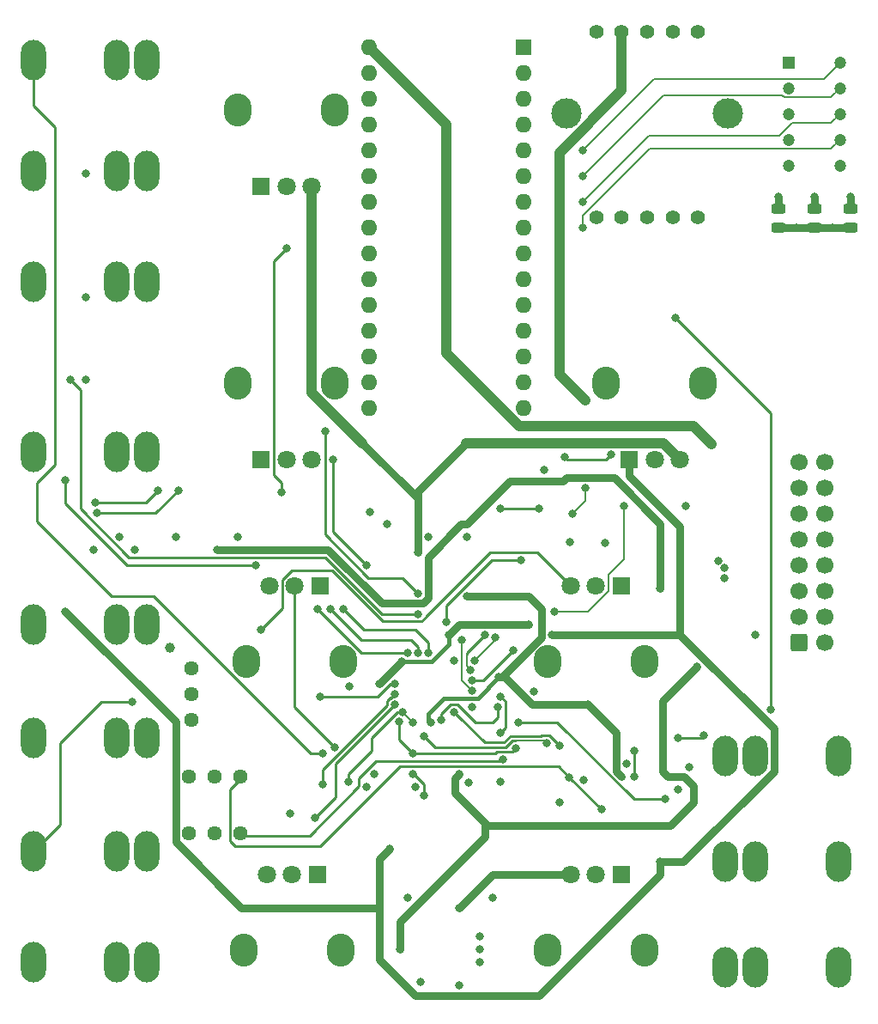
<source format=gbr>
%TF.GenerationSoftware,KiCad,Pcbnew,7.0.2*%
%TF.CreationDate,2023-05-23T13:36:19-04:00*%
%TF.ProjectId,SSI2130_Oscillator,53534932-3133-4305-9f4f-7363696c6c61,rev?*%
%TF.SameCoordinates,Original*%
%TF.FileFunction,Copper,L1,Top*%
%TF.FilePolarity,Positive*%
%FSLAX46Y46*%
G04 Gerber Fmt 4.6, Leading zero omitted, Abs format (unit mm)*
G04 Created by KiCad (PCBNEW 7.0.2) date 2023-05-23 13:36:19*
%MOMM*%
%LPD*%
G01*
G04 APERTURE LIST*
G04 Aperture macros list*
%AMRoundRect*
0 Rectangle with rounded corners*
0 $1 Rounding radius*
0 $2 $3 $4 $5 $6 $7 $8 $9 X,Y pos of 4 corners*
0 Add a 4 corners polygon primitive as box body*
4,1,4,$2,$3,$4,$5,$6,$7,$8,$9,$2,$3,0*
0 Add four circle primitives for the rounded corners*
1,1,$1+$1,$2,$3*
1,1,$1+$1,$4,$5*
1,1,$1+$1,$6,$7*
1,1,$1+$1,$8,$9*
0 Add four rect primitives between the rounded corners*
20,1,$1+$1,$2,$3,$4,$5,0*
20,1,$1+$1,$4,$5,$6,$7,0*
20,1,$1+$1,$6,$7,$8,$9,0*
20,1,$1+$1,$8,$9,$2,$3,0*%
G04 Aperture macros list end*
%TA.AperFunction,ComponentPad*%
%ADD10R,1.600000X1.600000*%
%TD*%
%TA.AperFunction,ComponentPad*%
%ADD11O,1.600000X1.600000*%
%TD*%
%TA.AperFunction,SMDPad,CuDef*%
%ADD12RoundRect,0.243750X0.456250X-0.243750X0.456250X0.243750X-0.456250X0.243750X-0.456250X-0.243750X0*%
%TD*%
%TA.AperFunction,ComponentPad*%
%ADD13R,1.200000X1.200000*%
%TD*%
%TA.AperFunction,ComponentPad*%
%ADD14C,1.200000*%
%TD*%
%TA.AperFunction,ComponentPad*%
%ADD15O,2.500000X4.000000*%
%TD*%
%TA.AperFunction,ComponentPad*%
%ADD16C,1.440000*%
%TD*%
%TA.AperFunction,ComponentPad*%
%ADD17O,2.720000X3.240000*%
%TD*%
%TA.AperFunction,ComponentPad*%
%ADD18C,1.800000*%
%TD*%
%TA.AperFunction,ComponentPad*%
%ADD19R,1.800000X1.800000*%
%TD*%
%TA.AperFunction,ComponentPad*%
%ADD20C,1.400000*%
%TD*%
%TA.AperFunction,ComponentPad*%
%ADD21C,3.000000*%
%TD*%
%TA.AperFunction,ComponentPad*%
%ADD22RoundRect,0.250000X-0.600000X-0.600000X0.600000X-0.600000X0.600000X0.600000X-0.600000X0.600000X0*%
%TD*%
%TA.AperFunction,ComponentPad*%
%ADD23C,1.700000*%
%TD*%
%TA.AperFunction,ViaPad*%
%ADD24C,0.800000*%
%TD*%
%TA.AperFunction,ViaPad*%
%ADD25C,1.000000*%
%TD*%
%TA.AperFunction,Conductor*%
%ADD26C,0.250000*%
%TD*%
%TA.AperFunction,Conductor*%
%ADD27C,0.750000*%
%TD*%
%TA.AperFunction,Conductor*%
%ADD28C,1.000000*%
%TD*%
%TA.AperFunction,Conductor*%
%ADD29C,0.200000*%
%TD*%
%TA.AperFunction,Conductor*%
%ADD30C,0.400000*%
%TD*%
G04 APERTURE END LIST*
D10*
%TO.P,A1,1*%
%TO.N,Net-(A1-Pad1)*%
X80518000Y-29210000D03*
D11*
%TO.P,A1,17*%
%TO.N,Net-(A1-Pad17)*%
X65278000Y-62230000D03*
%TO.P,A1,2*%
%TO.N,Net-(A1-Pad2)*%
X80518000Y-31750000D03*
%TO.P,A1,18*%
%TO.N,Net-(A1-Pad18)*%
X65278000Y-59690000D03*
%TO.P,A1,3*%
%TO.N,Net-(A1-Pad3)*%
X80518000Y-34290000D03*
%TO.P,A1,19*%
%TO.N,Net-(A1-Pad19)*%
X65278000Y-57150000D03*
%TO.P,A1,4*%
%TO.N,GND*%
X80518000Y-36830000D03*
%TO.P,A1,20*%
%TO.N,Net-(A1-Pad20)*%
X65278000Y-54610000D03*
%TO.P,A1,5*%
%TO.N,Net-(A1-Pad5)*%
X80518000Y-39370000D03*
%TO.P,A1,21*%
%TO.N,Net-(A1-Pad21)*%
X65278000Y-52070000D03*
%TO.P,A1,6*%
%TO.N,Net-(A1-Pad6)*%
X80518000Y-41910000D03*
%TO.P,A1,22*%
%TO.N,Net-(A1-Pad22)*%
X65278000Y-49530000D03*
%TO.P,A1,7*%
%TO.N,Net-(A1-Pad7)*%
X80518000Y-44450000D03*
%TO.P,A1,23*%
%TO.N,Net-(A1-Pad23)*%
X65278000Y-46990000D03*
%TO.P,A1,8*%
%TO.N,Net-(A1-Pad8)*%
X80518000Y-46990000D03*
%TO.P,A1,24*%
%TO.N,Net-(A1-Pad24)*%
X65278000Y-44450000D03*
%TO.P,A1,9*%
%TO.N,Net-(A1-Pad9)*%
X80518000Y-49530000D03*
%TO.P,A1,25*%
%TO.N,Net-(A1-Pad25)*%
X65278000Y-41910000D03*
%TO.P,A1,10*%
%TO.N,Net-(A1-Pad10)*%
X80518000Y-52070000D03*
%TO.P,A1,26*%
%TO.N,Net-(A1-Pad26)*%
X65278000Y-39370000D03*
%TO.P,A1,11*%
%TO.N,Net-(A1-Pad11)*%
X80518000Y-54610000D03*
%TO.P,A1,27*%
%TO.N,Net-(A1-Pad27)*%
X65278000Y-36830000D03*
%TO.P,A1,12*%
%TO.N,Net-(A1-Pad12)*%
X80518000Y-57150000D03*
%TO.P,A1,28*%
%TO.N,Net-(A1-Pad28)*%
X65278000Y-34290000D03*
%TO.P,A1,13*%
%TO.N,Net-(A1-Pad13)*%
X80518000Y-59690000D03*
%TO.P,A1,29*%
%TO.N,GND*%
X65278000Y-31750000D03*
%TO.P,A1,14*%
%TO.N,Net-(A1-Pad14)*%
X80518000Y-62230000D03*
%TO.P,A1,30*%
%TO.N,ARDUINOPOWER*%
X65278000Y-29210000D03*
%TO.P,A1,15*%
%TO.N,Net-(A1-Pad15)*%
X80518000Y-64770000D03*
%TO.P,A1,16*%
%TO.N,Net-(A1-Pad16)*%
X65278000Y-64770000D03*
%TD*%
D12*
%TO.P,D13,1*%
%TO.N,GND*%
X112776000Y-46990000D03*
%TO.P,D13,2*%
%TO.N,Net-(D13-Pad2)*%
X112776000Y-45115000D03*
%TD*%
%TO.P,D14,1*%
%TO.N,GND*%
X109220000Y-46990000D03*
%TO.P,D14,2*%
%TO.N,Net-(D14-Pad2)*%
X109220000Y-45115000D03*
%TD*%
%TO.P,D15,2*%
%TO.N,Net-(D15-Pad2)*%
X105664000Y-45115000D03*
%TO.P,D15,1*%
%TO.N,GND*%
X105664000Y-46990000D03*
%TD*%
D13*
%TO.P,DS1,1*%
%TO.N,GND*%
X106680000Y-30734000D03*
D14*
%TO.P,DS1,2*%
%TO.N,F*%
X106680000Y-33274000D03*
%TO.P,DS1,3*%
%TO.N,G*%
X106680000Y-35814000D03*
%TO.P,DS1,4*%
%TO.N,E*%
X106680000Y-38354000D03*
%TO.P,DS1,5*%
%TO.N,D*%
X106680000Y-40894000D03*
%TO.P,DS1,6*%
%TO.N,GND*%
X111760000Y-40894000D03*
%TO.P,DS1,7*%
%TO.N,DP*%
X111760000Y-38354000D03*
%TO.P,DS1,8*%
%TO.N,C*%
X111760000Y-35814000D03*
%TO.P,DS1,9*%
%TO.N,B*%
X111760000Y-33274000D03*
%TO.P,DS1,10*%
%TO.N,A*%
X111760000Y-30734000D03*
%TD*%
D15*
%TO.P,J2,3*%
%TO.N,Net-(J2-Pad3)*%
X32186000Y-119380000D03*
%TO.P,J2,2*%
%TO.N,Net-(J2-Pad2)*%
X40386000Y-119380000D03*
%TO.P,J2,1*%
%TO.N,GND*%
X43386000Y-119380000D03*
%TD*%
%TO.P,J3,3*%
%TO.N,Net-(J3-Pad3)*%
X32186000Y-69088000D03*
%TO.P,J3,2*%
%TO.N,Net-(J3-Pad2)*%
X40386000Y-69088000D03*
%TO.P,J3,1*%
%TO.N,GND*%
X43386000Y-69088000D03*
%TD*%
%TO.P,J4,1*%
%TO.N,GND*%
X43386000Y-86106000D03*
%TO.P,J4,2*%
%TO.N,Net-(J4-Pad2)*%
X40386000Y-86106000D03*
%TO.P,J4,3*%
%TO.N,Net-(J4-Pad3)*%
X32186000Y-86106000D03*
%TD*%
%TO.P,J5,1*%
%TO.N,GND*%
X43386000Y-108458000D03*
%TO.P,J5,2*%
%TO.N,Net-(C1-Pad1)*%
X40386000Y-108458000D03*
%TO.P,J5,3*%
%TO.N,Net-(J5-Pad3)*%
X32186000Y-108458000D03*
%TD*%
%TO.P,J6,3*%
%TO.N,Net-(C1-Pad2)*%
X32186000Y-97282000D03*
%TO.P,J6,2*%
%TO.N,Net-(J6-Pad2)*%
X40386000Y-97282000D03*
%TO.P,J6,1*%
%TO.N,GND*%
X43386000Y-97282000D03*
%TD*%
%TO.P,J7,1*%
%TO.N,GND*%
X100378000Y-109474000D03*
%TO.P,J7,2*%
%TO.N,Net-(J7-Pad2)*%
X103378000Y-109474000D03*
%TO.P,J7,3*%
%TO.N,SIN_OUT*%
X111578000Y-109474000D03*
%TD*%
%TO.P,J8,3*%
%TO.N,SQUARE_OUT*%
X111578000Y-99060000D03*
%TO.P,J8,2*%
%TO.N,Net-(J8-Pad2)*%
X103378000Y-99060000D03*
%TO.P,J8,1*%
%TO.N,GND*%
X100378000Y-99060000D03*
%TD*%
%TO.P,J9,1*%
%TO.N,GND*%
X100378000Y-119888000D03*
%TO.P,J9,2*%
%TO.N,Net-(J9-Pad2)*%
X103378000Y-119888000D03*
%TO.P,J9,3*%
%TO.N,MIX_OUT*%
X111578000Y-119888000D03*
%TD*%
%TO.P,J10,3*%
%TO.N,Net-(J10-Pad3)*%
X32186000Y-41402000D03*
%TO.P,J10,2*%
%TO.N,Net-(J10-Pad2)*%
X40386000Y-41402000D03*
%TO.P,J10,1*%
%TO.N,GND*%
X43386000Y-41402000D03*
%TD*%
%TO.P,J11,3*%
%TO.N,Net-(J11-Pad3)*%
X32186000Y-52324000D03*
%TO.P,J11,2*%
%TO.N,Net-(J11-Pad2)*%
X40386000Y-52324000D03*
%TO.P,J11,1*%
%TO.N,GND*%
X43386000Y-52324000D03*
%TD*%
%TO.P,J12,1*%
%TO.N,GND*%
X43386000Y-30480000D03*
%TO.P,J12,2*%
%TO.N,Net-(J12-Pad2)*%
X40386000Y-30480000D03*
%TO.P,J12,3*%
%TO.N,Net-(J12-Pad3)*%
X32186000Y-30480000D03*
%TD*%
D16*
%TO.P,RV1,1*%
%TO.N,VREF*%
X52578000Y-101092000D03*
%TO.P,RV1,2*%
%TO.N,Net-(R43-Pad1)*%
X50038000Y-101092000D03*
%TO.P,RV1,3*%
%TO.N,GND*%
X47498000Y-101092000D03*
%TD*%
%TO.P,RV2,3*%
%TO.N,Net-(R45-Pad2)*%
X47498000Y-106680000D03*
%TO.P,RV2,2*%
X50038000Y-106680000D03*
%TO.P,RV2,1*%
%TO.N,Net-(RV2-Pad1)*%
X52578000Y-106680000D03*
%TD*%
%TO.P,RV3,1*%
%TO.N,GND*%
X47752000Y-90424000D03*
%TO.P,RV3,2*%
%TO.N,HFTRIM*%
X47752000Y-92964000D03*
%TO.P,RV3,3*%
%TO.N,Net-(RV3-Pad3)*%
X47752000Y-95504000D03*
%TD*%
D17*
%TO.P,RV4,*%
%TO.N,*%
X62498000Y-118244000D03*
X52898000Y-118244000D03*
D18*
%TO.P,RV4,3*%
%TO.N,Net-(J2-Pad3)*%
X55198000Y-110744000D03*
%TO.P,RV4,2*%
%TO.N,PWM_CV*%
X57698000Y-110744000D03*
D19*
%TO.P,RV4,1*%
%TO.N,GND*%
X60198000Y-110744000D03*
%TD*%
%TO.P,RV5,1*%
%TO.N,GND*%
X90170000Y-110744000D03*
D18*
%TO.P,RV5,2*%
%TO.N,PWM_OFFSET*%
X87670000Y-110744000D03*
%TO.P,RV5,3*%
%TO.N,+5V*%
X85170000Y-110744000D03*
D17*
%TO.P,RV5,*%
%TO.N,*%
X82870000Y-118244000D03*
X92470000Y-118244000D03*
%TD*%
%TO.P,RV6,*%
%TO.N,*%
X52310000Y-62350000D03*
X61910000Y-62350000D03*
D18*
%TO.P,RV6,3*%
%TO.N,Net-(J3-Pad3)*%
X59610000Y-69850000D03*
%TO.P,RV6,2*%
%TO.N,MIX_CV*%
X57110000Y-69850000D03*
D19*
%TO.P,RV6,1*%
%TO.N,GND*%
X54610000Y-69850000D03*
%TD*%
%TO.P,RV7,1*%
%TO.N,-5V*%
X90932000Y-69850000D03*
D18*
%TO.P,RV7,2*%
%TO.N,MIX_OFFSET*%
X93432000Y-69850000D03*
%TO.P,RV7,3*%
%TO.N,+5V*%
X95932000Y-69850000D03*
D17*
%TO.P,RV7,*%
%TO.N,*%
X98232000Y-62350000D03*
X88632000Y-62350000D03*
%TD*%
D19*
%TO.P,RV8,1*%
%TO.N,GND*%
X60452000Y-82296000D03*
D18*
%TO.P,RV8,2*%
%TO.N,Net-(RV8-Pad2)*%
X57952000Y-82296000D03*
%TO.P,RV8,3*%
%TO.N,Net-(J4-Pad3)*%
X55452000Y-82296000D03*
D17*
%TO.P,RV8,*%
%TO.N,*%
X53152000Y-89796000D03*
X62752000Y-89796000D03*
%TD*%
%TO.P,RV9,*%
%TO.N,*%
X92470000Y-89796000D03*
X82870000Y-89796000D03*
D18*
%TO.P,RV9,3*%
%TO.N,Net-(J5-Pad3)*%
X85170000Y-82296000D03*
%TO.P,RV9,2*%
%TO.N,TZFM_TZPM_IN*%
X87670000Y-82296000D03*
D19*
%TO.P,RV9,1*%
%TO.N,GND*%
X90170000Y-82296000D03*
%TD*%
%TO.P,RV11,1*%
%TO.N,GND*%
X54610000Y-42926000D03*
D18*
%TO.P,RV11,2*%
%TO.N,CENTER_PITCH*%
X57110000Y-42926000D03*
%TO.P,RV11,3*%
%TO.N,+5V*%
X59610000Y-42926000D03*
D17*
%TO.P,RV11,*%
%TO.N,*%
X61910000Y-35426000D03*
X52310000Y-35426000D03*
%TD*%
D20*
%TO.P,S1,1*%
%TO.N,OCTAVE_SHIFT*%
X97710000Y-45980000D03*
%TO.P,S1,2*%
%TO.N,GND*%
X95210000Y-45980000D03*
%TO.P,S1,3*%
%TO.N,Net-(R82-Pad1)*%
X92710000Y-45980000D03*
%TO.P,S1,4*%
%TO.N,Net-(R79-Pad1)*%
X90210000Y-45980000D03*
%TO.P,S1,5*%
%TO.N,Net-(R77-Pad1)*%
X87710000Y-45980000D03*
%TO.P,S1,6*%
%TO.N,Net-(R68-Pad1)*%
X87710000Y-27680000D03*
%TO.P,S1,7*%
%TO.N,+5V*%
X90210000Y-27680000D03*
%TO.P,S1,8*%
%TO.N,Net-(S1-Pad8)*%
X92710000Y-27680000D03*
%TO.P,S1,9*%
%TO.N,Net-(S1-Pad9)*%
X95210000Y-27680000D03*
%TO.P,S1,10*%
%TO.N,Net-(S1-Pad10)*%
X97710000Y-27680000D03*
D21*
%TO.P,S1,MH1*%
%TO.N,Net-(S1-PadMH1)*%
X84710000Y-35730000D03*
%TO.P,S1,MH2*%
%TO.N,Net-(S1-PadMH2)*%
X100710000Y-35730000D03*
%TD*%
D22*
%TO.P,J1,1*%
%TO.N,Net-(D3-Pad1)*%
X107696000Y-87884000D03*
D23*
%TO.P,J1,3*%
%TO.N,GND*%
X107696000Y-85344000D03*
%TO.P,J1,5*%
X107696000Y-82804000D03*
%TO.P,J1,7*%
X107696000Y-80264000D03*
%TO.P,J1,9*%
%TO.N,Net-(D2-Pad2)*%
X107696000Y-77724000D03*
%TO.P,J1,11*%
%TO.N,Net-(D1-Pad2)*%
X107696000Y-75184000D03*
%TO.P,J1,13*%
%TO.N,Net-(J1-Pad13)*%
X107696000Y-72644000D03*
%TO.P,J1,15*%
%TO.N,Net-(J1-Pad15)*%
X107696000Y-70104000D03*
%TO.P,J1,2*%
%TO.N,Net-(D3-Pad1)*%
X110236000Y-87884000D03*
%TO.P,J1,4*%
%TO.N,GND*%
X110236000Y-85344000D03*
%TO.P,J1,6*%
X110236000Y-82804000D03*
%TO.P,J1,8*%
X110236000Y-80264000D03*
%TO.P,J1,10*%
%TO.N,Net-(D2-Pad2)*%
X110236000Y-77724000D03*
%TO.P,J1,12*%
%TO.N,Net-(D1-Pad2)*%
X110236000Y-75184000D03*
%TO.P,J1,14*%
%TO.N,Net-(J1-Pad14)*%
X110236000Y-72644000D03*
%TO.P,J1,16*%
%TO.N,Net-(J1-Pad16)*%
X110236000Y-70104000D03*
%TD*%
D24*
%TO.N,GND*%
X73660000Y-89662000D03*
X37338000Y-41656000D03*
X37338000Y-53848000D03*
X37338000Y-61976000D03*
X38100000Y-78740000D03*
X52307500Y-77486500D03*
X46228000Y-77470000D03*
X40640000Y-77470000D03*
X65363807Y-75015807D03*
X71120000Y-77470000D03*
X74930000Y-77470000D03*
X85059000Y-78009000D03*
X69850000Y-102108000D03*
X65024000Y-102108000D03*
X75070000Y-101740000D03*
X77470000Y-113030000D03*
D25*
X45672000Y-88392000D03*
D24*
X63294258Y-92250258D03*
X82550000Y-70866000D03*
X90678000Y-99822000D03*
X96897500Y-100206500D03*
X84074000Y-103632000D03*
X95758000Y-102362000D03*
X78245000Y-101587000D03*
X81534000Y-92710000D03*
X57531000Y-104775000D03*
X75465326Y-91601306D03*
X75438000Y-94234000D03*
X79502000Y-88646000D03*
X107442000Y-46990000D03*
X110998000Y-46990000D03*
X103356000Y-87144000D03*
X96520000Y-74422000D03*
X69088000Y-113030000D03*
X76200000Y-118110000D03*
X70384000Y-121386000D03*
X76200000Y-116840000D03*
X76200000Y-119380000D03*
%TO.N,ARDUINOPOWER*%
X99060000Y-68326000D03*
%TO.N,+12V*%
X42164000Y-78740000D03*
X67056000Y-76200000D03*
X88581000Y-78043000D03*
X65786000Y-100838000D03*
X86487000Y-101473000D03*
X74142000Y-121692000D03*
X100330000Y-80516000D03*
X99696000Y-79882000D03*
X100330000Y-81534000D03*
%TO.N,-12V*%
X50292000Y-78740000D03*
X74930000Y-76200000D03*
X84424000Y-71978000D03*
X74168000Y-100838000D03*
X94742000Y-101092000D03*
X97663000Y-90297000D03*
X93980000Y-82550000D03*
X68295000Y-118141000D03*
%TO.N,Net-(C7-Pad1)*%
X82042000Y-74676000D03*
X78245010Y-74689010D03*
%TO.N,TIME_REVERSE*%
X75692000Y-89666000D03*
X77724000Y-87376000D03*
X83566000Y-84836000D03*
X90434500Y-74432500D03*
%TO.N,+5V*%
X74155000Y-114059000D03*
X86614000Y-64008000D03*
X82296000Y-84582000D03*
X78092000Y-91300000D03*
X86868000Y-93980000D03*
X90174653Y-101087347D03*
X70104000Y-78994000D03*
X71374000Y-95758000D03*
X74930000Y-83312000D03*
%TO.N,-5V*%
X68533299Y-89732051D03*
X66294000Y-114046000D03*
X81026000Y-86106000D03*
X73152000Y-87122000D03*
X66305675Y-91959675D03*
X67310000Y-108204000D03*
X93980000Y-109474000D03*
X35306000Y-84836000D03*
X83312000Y-87122000D03*
%TO.N,Net-(C20-Pad2)*%
X61722000Y-69850000D03*
X65060990Y-80300990D03*
X89154000Y-69349999D03*
X84582000Y-69596000D03*
%TO.N,Net-(C21-Pad1)*%
X60960000Y-67056000D03*
X70104000Y-83058000D03*
X75298298Y-90615352D03*
X76708000Y-87122000D03*
%TO.N,Net-(C23-Pad1)*%
X35788000Y-62002000D03*
X70104000Y-85090000D03*
%TO.N,Net-(C35-Pad1)*%
X38443990Y-75145990D03*
X46482000Y-72898000D03*
%TO.N,PWM+*%
X68223953Y-95677990D03*
X79756000Y-98298000D03*
X69596000Y-98806000D03*
X70656282Y-103001340D03*
X69596000Y-100838000D03*
%TO.N,SQO*%
X91440000Y-101092000D03*
X91440000Y-98552000D03*
%TO.N,MIXO*%
X94526010Y-103339990D03*
X80010000Y-95758000D03*
%TO.N,Net-(D13-Pad2)*%
X112776000Y-43942000D03*
%TO.N,Net-(D14-Pad2)*%
X109220000Y-43942000D03*
%TO.N,Net-(D15-Pad2)*%
X105664000Y-43942000D03*
%TO.N,DP*%
X86360000Y-46990000D03*
%TO.N,C*%
X86360000Y-44450000D03*
%TO.N,B*%
X86360000Y-41910000D03*
%TO.N,A*%
X86360000Y-39370000D03*
%TO.N,Net-(J5-Pad3)*%
X54610000Y-86614000D03*
X41910000Y-93726000D03*
%TO.N,Net-(J12-Pad3)*%
X60706000Y-98806000D03*
%TO.N,VREF*%
X88203000Y-104329000D03*
X85028000Y-101154000D03*
%TO.N,Net-(R16-Pad2)*%
X86614000Y-72644000D03*
X85344000Y-75184000D03*
%TO.N,LIN_FREQ*%
X75433371Y-92600798D03*
X74422000Y-87630000D03*
X72898000Y-85852000D03*
X80264000Y-79756000D03*
%TO.N,TRI_MIX*%
X69088000Y-88900000D03*
X60198000Y-84582000D03*
%TO.N,PULSE_MIX*%
X71120000Y-88900000D03*
X62738000Y-84582000D03*
%TO.N,SAW_MIX*%
X70104000Y-88900000D03*
X61468000Y-84582000D03*
%TO.N,TRO*%
X68580000Y-94742000D03*
X69596000Y-95758000D03*
X63246000Y-101600000D03*
%TO.N,Net-(R47-Pad2)*%
X67818000Y-93980000D03*
X59944000Y-105156000D03*
%TO.N,Net-(R51-Pad2)*%
X72393024Y-95500976D03*
X77978000Y-94234000D03*
%TO.N,Net-(R52-Pad2)*%
X67818000Y-92964000D03*
X60706000Y-101854000D03*
%TO.N,Net-(R55-Pad2)*%
X82799347Y-97794653D03*
X70725975Y-97168025D03*
%TO.N,SINO*%
X73660000Y-94742000D03*
X84074000Y-98044000D03*
%TO.N,Net-(RV2-Pad1)*%
X78232000Y-93218000D03*
X78486000Y-99387999D03*
X78232000Y-96774000D03*
%TO.N,Net-(RV3-Pad3)*%
X67818000Y-91948000D03*
X60452000Y-93218000D03*
%TO.N,Net-(RV8-Pad2)*%
X61907142Y-98229142D03*
%TO.N,Net-(D10-Pad2)*%
X35306000Y-71882000D03*
X54102000Y-80264000D03*
%TO.N,Net-(D9-Pad2)*%
X38291000Y-74105000D03*
X44450000Y-72898000D03*
%TO.N,TUNER_SIGNAL*%
X98298000Y-97028000D03*
X95758000Y-97282000D03*
X95504000Y-55880000D03*
X104902000Y-94488000D03*
%TO.N,VOLT_PER_OCTAVE*%
X57150000Y-49022000D03*
X56677001Y-73116999D03*
%TD*%
D26*
%TO.N,GND*%
X76546694Y-91601306D02*
X79502000Y-88646000D01*
X75465326Y-91601306D02*
X76546694Y-91601306D01*
D27*
X112776000Y-46990000D02*
X110998000Y-46990000D01*
X107442000Y-46990000D02*
X105664000Y-46990000D01*
X110998000Y-46990000D02*
X107442000Y-46990000D01*
D28*
%TO.N,ARDUINOPOWER*%
X99060000Y-68326000D02*
X97282000Y-66548000D01*
X80075998Y-66548000D02*
X72898000Y-59370002D01*
X97282000Y-66548000D02*
X80075998Y-66548000D01*
X72898000Y-36830000D02*
X65278000Y-29210000D01*
X72898000Y-59370002D02*
X72898000Y-36830000D01*
D27*
%TO.N,-12V*%
X84733001Y-71668999D02*
X84424000Y-71978000D01*
X89466997Y-71668999D02*
X84733001Y-71668999D01*
X93980000Y-76182002D02*
X89466997Y-71668999D01*
X93980000Y-82550000D02*
X93980000Y-76182002D01*
X79152000Y-71978000D02*
X74930000Y-76200000D01*
X84424000Y-71978000D02*
X79152000Y-71978000D01*
X71079001Y-83526001D02*
X70572001Y-84033001D01*
X71079001Y-79485314D02*
X71079001Y-83526001D01*
X74364315Y-76200000D02*
X71079001Y-79485314D01*
X74930000Y-76200000D02*
X74364315Y-76200000D01*
X94274999Y-93685001D02*
X97663000Y-90297000D01*
X94274999Y-100624999D02*
X94274999Y-93685001D01*
X94742000Y-101092000D02*
X94274999Y-100624999D01*
X96339998Y-101092000D02*
X97282000Y-102034002D01*
X94742000Y-101092000D02*
X96339998Y-101092000D01*
X97282000Y-102034002D02*
X97282000Y-103632000D01*
X97282000Y-103632000D02*
X94996000Y-105918000D01*
X94996000Y-105918000D02*
X76962000Y-105918000D01*
X73768001Y-101237999D02*
X74168000Y-100838000D01*
X73768001Y-102724001D02*
X73768001Y-101237999D01*
X76962000Y-105918000D02*
X73768001Y-102724001D01*
X76962000Y-105918000D02*
X76708000Y-105918000D01*
X68295000Y-115414002D02*
X68295000Y-118141000D01*
X76708000Y-107001002D02*
X68295000Y-115414002D01*
X76708000Y-105918000D02*
X76708000Y-107001002D01*
X66507001Y-84033001D02*
X68793001Y-84033001D01*
X61214000Y-78740000D02*
X66507001Y-84033001D01*
X50292000Y-78740000D02*
X61214000Y-78740000D01*
X70572001Y-84033001D02*
X68793001Y-84033001D01*
D26*
%TO.N,Net-(C7-Pad1)*%
X78258020Y-74676000D02*
X78245010Y-74689010D01*
X82042000Y-74676000D02*
X78258020Y-74676000D01*
D29*
%TO.N,TIME_REVERSE*%
X77724000Y-87634000D02*
X77724000Y-87376000D01*
X75692000Y-89666000D02*
X77724000Y-87634000D01*
X90434500Y-79691498D02*
X88900000Y-81225998D01*
X90434500Y-74432500D02*
X90434500Y-79691498D01*
X86906002Y-84836000D02*
X83566000Y-84836000D01*
X88900000Y-82842002D02*
X86906002Y-84836000D01*
X88900000Y-81225998D02*
X88900000Y-82842002D01*
D28*
%TO.N,+5V*%
X90210000Y-33486002D02*
X84074000Y-39622002D01*
X90210000Y-27680000D02*
X90210000Y-33486002D01*
X84074000Y-61468000D02*
X86614000Y-64008000D01*
X84074000Y-39622002D02*
X84074000Y-61468000D01*
X94331999Y-68249999D02*
X95932000Y-69850000D01*
X59610000Y-63223294D02*
X64636705Y-68249999D01*
X59610000Y-42926000D02*
X59610000Y-63223294D01*
D27*
X81026000Y-83312000D02*
X82296000Y-84582000D01*
X77470000Y-110744000D02*
X74155000Y-114059000D01*
X85170000Y-110744000D02*
X77470000Y-110744000D01*
X78680998Y-91300000D02*
X78092000Y-91300000D01*
X81360998Y-93980000D02*
X78680998Y-91300000D01*
X86868000Y-93980000D02*
X81360998Y-93980000D01*
X78369483Y-91300000D02*
X78092000Y-91300000D01*
X82296000Y-87373483D02*
X78369483Y-91300000D01*
X82296000Y-84582000D02*
X82296000Y-87373483D01*
X89702999Y-96814999D02*
X86868000Y-93980000D01*
X89702999Y-100615693D02*
X89702999Y-96814999D01*
X90174653Y-101087347D02*
X89702999Y-100615693D01*
X70104000Y-73717294D02*
X64636705Y-68249999D01*
X70104000Y-78994000D02*
X70104000Y-73717294D01*
X70104000Y-72999998D02*
X74853999Y-68249999D01*
X70104000Y-73717294D02*
X70104000Y-72999998D01*
D28*
X74853999Y-68249999D02*
X94331999Y-68249999D01*
D30*
X71120000Y-94938315D02*
X71120000Y-95504000D01*
X75991201Y-93400799D02*
X72657516Y-93400799D01*
X72657516Y-93400799D02*
X71120000Y-94938315D01*
X78092000Y-91300000D02*
X75991201Y-93400799D01*
D27*
X74930000Y-83312000D02*
X81026000Y-83312000D01*
%TO.N,-5V*%
X74168000Y-86106000D02*
X73152000Y-87122000D01*
X81026000Y-86106000D02*
X74168000Y-86106000D01*
D30*
X73152000Y-88052002D02*
X73152000Y-87122000D01*
X71471951Y-89732051D02*
X73152000Y-88052002D01*
X68533299Y-89732051D02*
X71471951Y-89732051D01*
D27*
X66305675Y-91959675D02*
X68533299Y-89732051D01*
X95931002Y-87122000D02*
X89408000Y-87122000D01*
X105203010Y-96394008D02*
X95931002Y-87122000D01*
X105203010Y-100565943D02*
X105203010Y-96394008D01*
X96294953Y-109474000D02*
X105203010Y-100565943D01*
X93980000Y-109474000D02*
X96294953Y-109474000D01*
X66294000Y-109220000D02*
X67310000Y-108204000D01*
X66294000Y-114046000D02*
X66294000Y-109220000D01*
X93980000Y-109474000D02*
X93980000Y-110744000D01*
X66294000Y-119141002D02*
X66294000Y-114046000D01*
X69867999Y-122715001D02*
X66294000Y-119141002D01*
X82008999Y-122715001D02*
X69867999Y-122715001D01*
X93980000Y-110744000D02*
X82008999Y-122715001D01*
X52693398Y-114046000D02*
X66294000Y-114046000D01*
X46202999Y-107555601D02*
X52693398Y-114046000D01*
X46202999Y-95732999D02*
X46202999Y-107555601D01*
X35306000Y-84836000D02*
X46202999Y-95732999D01*
X95931002Y-76499002D02*
X95931002Y-87122000D01*
X90932000Y-71500000D02*
X95931002Y-76499002D01*
X90932000Y-69850000D02*
X90932000Y-71500000D01*
X83312000Y-87122000D02*
X89408000Y-87122000D01*
D26*
%TO.N,Net-(C20-Pad2)*%
X61722000Y-76962000D02*
X65060990Y-80300990D01*
X61722000Y-69850000D02*
X61722000Y-76962000D01*
X88653999Y-69850000D02*
X89154000Y-69349999D01*
X84836000Y-69850000D02*
X84582000Y-69596000D01*
X88653999Y-69850000D02*
X84836000Y-69850000D01*
%TO.N,Net-(C21-Pad1)*%
X60960000Y-77273002D02*
X60960000Y-67056000D01*
X65220998Y-81534000D02*
X60960000Y-77273002D01*
X68580000Y-81534000D02*
X65220998Y-81534000D01*
X68580000Y-81534000D02*
X70104000Y-83058000D01*
D29*
X75298298Y-90615352D02*
X74898299Y-90215353D01*
D26*
X74898299Y-88931701D02*
X74898299Y-89122299D01*
X76708000Y-87122000D02*
X74898299Y-88931701D01*
D29*
X74898299Y-90215353D02*
X74898299Y-89122299D01*
D26*
%TO.N,Net-(C23-Pad1)*%
X36830000Y-74733002D02*
X41598998Y-79502000D01*
X66574038Y-85090000D02*
X67564000Y-85090000D01*
X36830000Y-63044000D02*
X36830000Y-74733002D01*
X60986038Y-79502000D02*
X66574038Y-85090000D01*
X41598998Y-79502000D02*
X60986038Y-79502000D01*
X35788000Y-62002000D02*
X36830000Y-63044000D01*
X70104000Y-85090000D02*
X67564000Y-85090000D01*
%TO.N,Net-(C35-Pad1)*%
X44234010Y-75145990D02*
X46482000Y-72898000D01*
X38443990Y-75145990D02*
X44234010Y-75145990D01*
%TO.N,PWM+*%
X79391002Y-98662998D02*
X79502000Y-98552000D01*
X79104998Y-98662998D02*
X79391002Y-98662998D01*
X79756000Y-98298000D02*
X79502000Y-98552000D01*
X68223953Y-95677990D02*
X68223953Y-97433953D01*
X68223953Y-97433953D02*
X69596000Y-98806000D01*
X69596000Y-98806000D02*
X77724000Y-98806000D01*
X77724000Y-98806000D02*
X77867002Y-98662998D01*
X79104998Y-98662998D02*
X77867002Y-98662998D01*
X69653002Y-100838000D02*
X69596000Y-100838000D01*
X70656282Y-101841280D02*
X69653002Y-100838000D01*
X70656282Y-103001340D02*
X70656282Y-101841280D01*
%TO.N,SQO*%
X91440000Y-101092000D02*
X91440000Y-98552000D01*
%TO.N,MIXO*%
X94526010Y-103339990D02*
X91401990Y-103339990D01*
X83820000Y-95758000D02*
X80010000Y-95758000D01*
X91401990Y-103339990D02*
X83820000Y-95758000D01*
D27*
%TO.N,Net-(D13-Pad2)*%
X112776000Y-45115000D02*
X112776000Y-43942000D01*
%TO.N,Net-(D14-Pad2)*%
X109220000Y-43942000D02*
X109220000Y-45115000D01*
%TO.N,Net-(D15-Pad2)*%
X105664000Y-45115000D02*
X105664000Y-43942000D01*
D29*
%TO.N,DP*%
X92955997Y-39254001D02*
X110859999Y-39254001D01*
X110859999Y-39254001D02*
X111760000Y-38354000D01*
X86360000Y-45849998D02*
X92955997Y-39254001D01*
X86360000Y-46990000D02*
X86360000Y-45849998D01*
%TO.N,C*%
X106987997Y-36714001D02*
X110859999Y-36714001D01*
X105779999Y-37921999D02*
X106987997Y-36714001D01*
X92888001Y-37921999D02*
X105779999Y-37921999D01*
X110859999Y-36714001D02*
X111760000Y-35814000D01*
X86360000Y-44450000D02*
X92888001Y-37921999D01*
%TO.N,B*%
X110859999Y-34174001D02*
X111760000Y-33274000D01*
X106247999Y-34174001D02*
X110859999Y-34174001D01*
X106003997Y-33929999D02*
X106247999Y-34174001D01*
X94340001Y-33929999D02*
X106003997Y-33929999D01*
X86360000Y-41910000D02*
X94340001Y-33929999D01*
%TO.N,A*%
X110120001Y-32373999D02*
X111760000Y-30734000D01*
X93356001Y-32373999D02*
X110120001Y-32373999D01*
X86360000Y-39370000D02*
X93356001Y-32373999D01*
D26*
%TO.N,Net-(J5-Pad3)*%
X81904999Y-79030999D02*
X77179001Y-79030999D01*
X85170000Y-82296000D02*
X81904999Y-79030999D01*
X70829001Y-85438001D02*
X70452001Y-85815001D01*
X70829001Y-85380999D02*
X70829001Y-85438001D01*
X77179001Y-79030999D02*
X70829001Y-85380999D01*
X70452001Y-85815001D02*
X66662629Y-85815001D01*
X66662629Y-85815001D02*
X61619628Y-80772000D01*
X56726999Y-84497001D02*
X54610000Y-86614000D01*
X56726999Y-81707999D02*
X56726999Y-84497001D01*
X57662998Y-80772000D02*
X56726999Y-81707999D01*
X61619628Y-80772000D02*
X57662998Y-80772000D01*
X34798000Y-105846000D02*
X32186000Y-108458000D01*
X34798000Y-97790000D02*
X34798000Y-105846000D01*
X38862000Y-93726000D02*
X34798000Y-97790000D01*
X41910000Y-93726000D02*
X38862000Y-93726000D01*
%TO.N,Net-(J12-Pad3)*%
X32186000Y-30480000D02*
X32186000Y-34980000D01*
X32186000Y-34980000D02*
X34290000Y-37084000D01*
X34290000Y-37084000D02*
X34290000Y-70358000D01*
X34290000Y-70358000D02*
X32512000Y-72136000D01*
X32512000Y-72136000D02*
X32512000Y-75946000D01*
X32512000Y-75946000D02*
X39878000Y-83312000D01*
X60706000Y-98806000D02*
X59519037Y-98806000D01*
X44025037Y-83312000D02*
X39878000Y-83312000D01*
X59519037Y-98806000D02*
X44025037Y-83312000D01*
%TO.N,VREF*%
X88203000Y-104329000D02*
X85028000Y-101154000D01*
X51532999Y-107435601D02*
X52076399Y-107979001D01*
X51532999Y-102391001D02*
X51532999Y-107435601D01*
X52076399Y-107979001D02*
X60422999Y-107979001D01*
X52578000Y-101346000D02*
X51532999Y-102391001D01*
X68289001Y-100112999D02*
X67564000Y-100838000D01*
X85028000Y-101154000D02*
X83986999Y-100112999D01*
X83986999Y-100112999D02*
X68289001Y-100112999D01*
X60422999Y-107979001D02*
X67564000Y-100838000D01*
D29*
%TO.N,Net-(R16-Pad2)*%
X86614000Y-73914000D02*
X85344000Y-75184000D01*
X86614000Y-72644000D02*
X86614000Y-73914000D01*
%TO.N,LIN_FREQ*%
X74422000Y-91589427D02*
X74422000Y-87630000D01*
X75433371Y-92600798D02*
X74422000Y-91589427D01*
D26*
X72898000Y-84270998D02*
X77412998Y-79756000D01*
X77412998Y-79756000D02*
X80264000Y-79756000D01*
X72898000Y-85852000D02*
X72898000Y-84270998D01*
%TO.N,TRI_MIX*%
X64516000Y-88900000D02*
X69088000Y-88900000D01*
X60198000Y-84582000D02*
X64516000Y-88900000D01*
%TO.N,PULSE_MIX*%
X71120000Y-88900000D02*
X71120000Y-87884000D01*
X71120000Y-87884000D02*
X69850000Y-86614000D01*
X64770000Y-86614000D02*
X62738000Y-84582000D01*
X69850000Y-86614000D02*
X64770000Y-86614000D01*
%TO.N,SAW_MIX*%
X70104000Y-88334315D02*
X69399685Y-87630000D01*
X70104000Y-88900000D02*
X70104000Y-88334315D01*
X64516000Y-87630000D02*
X61468000Y-84582000D01*
X69399685Y-87630000D02*
X64516000Y-87630000D01*
D29*
%TO.N,TRO*%
X68580000Y-94742000D02*
X69596000Y-95758000D01*
D26*
X68086941Y-94742000D02*
X68580000Y-94742000D01*
X65532000Y-97296941D02*
X68086941Y-94742000D01*
X65532000Y-98552000D02*
X65532000Y-97296941D01*
X65024000Y-99060000D02*
X65532000Y-98552000D01*
X63246000Y-100838000D02*
X65532000Y-98552000D01*
X63246000Y-101600000D02*
X63246000Y-100838000D01*
%TO.N,Net-(R47-Pad2)*%
X67818000Y-93980000D02*
X61976000Y-99822000D01*
X61976000Y-103124000D02*
X59944000Y-105156000D01*
X61976000Y-99822000D02*
X61976000Y-103124000D01*
%TO.N,Net-(R51-Pad2)*%
X77978000Y-94234000D02*
X77978000Y-94234000D01*
X72393024Y-94935291D02*
X72393024Y-95500976D01*
X73311316Y-94016999D02*
X72393024Y-94935291D01*
X74008001Y-94016999D02*
X73311316Y-94016999D01*
X77470000Y-95758000D02*
X75749002Y-95758000D01*
X77978000Y-95250000D02*
X77470000Y-95758000D01*
X75749002Y-95758000D02*
X74008001Y-94016999D01*
X77978000Y-94234000D02*
X77978000Y-95250000D01*
%TO.N,Net-(R52-Pad2)*%
X67818000Y-92964000D02*
X67418001Y-93363999D01*
X60706000Y-101854000D02*
X60706000Y-100455590D01*
X67092999Y-93631999D02*
X67389500Y-93335498D01*
X67092999Y-94068591D02*
X67092999Y-93631999D01*
X60706000Y-100455590D02*
X67092999Y-94068591D01*
D29*
%TO.N,Net-(R55-Pad2)*%
X82572718Y-97568024D02*
X82799347Y-97794653D01*
X70725975Y-97168025D02*
X71125974Y-97568024D01*
D26*
X79412974Y-97568024D02*
X78768010Y-98212988D01*
X79788024Y-97568024D02*
X79412974Y-97568024D01*
D29*
X79788024Y-97568024D02*
X82572718Y-97568024D01*
D26*
X71770938Y-98212988D02*
X70725975Y-97168025D01*
X78768010Y-98212988D02*
X71770938Y-98212988D01*
%TO.N,SINO*%
X74168000Y-95250000D02*
X73660000Y-94742000D01*
X78581610Y-97762978D02*
X76680978Y-97762978D01*
X79226573Y-97118015D02*
X78581610Y-97762978D01*
X76680978Y-97762978D02*
X74168000Y-95250000D01*
X82155986Y-97118014D02*
X79226573Y-97118015D01*
X82180986Y-97143014D02*
X82155986Y-97118014D01*
X82254348Y-97069652D02*
X82180986Y-97143014D01*
X83099652Y-97069652D02*
X82254348Y-97069652D01*
X84074000Y-98044000D02*
X83099652Y-97069652D01*
%TO.N,Net-(RV2-Pad1)*%
X52578000Y-106934000D02*
X59436000Y-106934000D01*
X64298999Y-101251999D02*
X65982998Y-99568000D01*
X64298999Y-102071001D02*
X64298999Y-101251999D01*
X59436000Y-106934000D02*
X64298999Y-102071001D01*
X78305999Y-99568000D02*
X78486000Y-99387999D01*
X65982998Y-99568000D02*
X78305999Y-99568000D01*
X78703001Y-93689001D02*
X78232000Y-93218000D01*
X78703001Y-96302999D02*
X78703001Y-93689001D01*
X78232000Y-96774000D02*
X78703001Y-96302999D01*
%TO.N,Net-(RV3-Pad3)*%
X66120352Y-93218000D02*
X60452000Y-93218000D01*
X67390352Y-91948000D02*
X66120352Y-93218000D01*
X67818000Y-91948000D02*
X67390352Y-91948000D01*
%TO.N,Net-(RV8-Pad2)*%
X57952000Y-94274000D02*
X57952000Y-82296000D01*
X61907142Y-98229142D02*
X57952000Y-94274000D01*
%TO.N,Net-(D10-Pad2)*%
X42614998Y-80264000D02*
X54102000Y-80264000D01*
X35306000Y-71882000D02*
X35306000Y-72447685D01*
X42614998Y-80264000D02*
X41402000Y-80264000D01*
X35306000Y-74168000D02*
X35306000Y-72447685D01*
X41402000Y-80264000D02*
X35306000Y-74168000D01*
%TO.N,Net-(D9-Pad2)*%
X43243000Y-74105000D02*
X44450000Y-72898000D01*
X38291000Y-74105000D02*
X43243000Y-74105000D01*
%TO.N,TUNER_SIGNAL*%
X98044000Y-97282000D02*
X98298000Y-97028000D01*
X95758000Y-97282000D02*
X98044000Y-97282000D01*
X104902000Y-65278000D02*
X104902000Y-94488000D01*
X95504000Y-55880000D02*
X104902000Y-65278000D01*
%TO.N,VOLT_PER_OCTAVE*%
X55884999Y-50287001D02*
X57150000Y-49022000D01*
X55884999Y-71378999D02*
X55884999Y-50287001D01*
X56642000Y-72136000D02*
X55884999Y-71378999D01*
X56642000Y-73081998D02*
X56677001Y-73116999D01*
X56642000Y-72136000D02*
X56642000Y-73081998D01*
%TD*%
M02*

</source>
